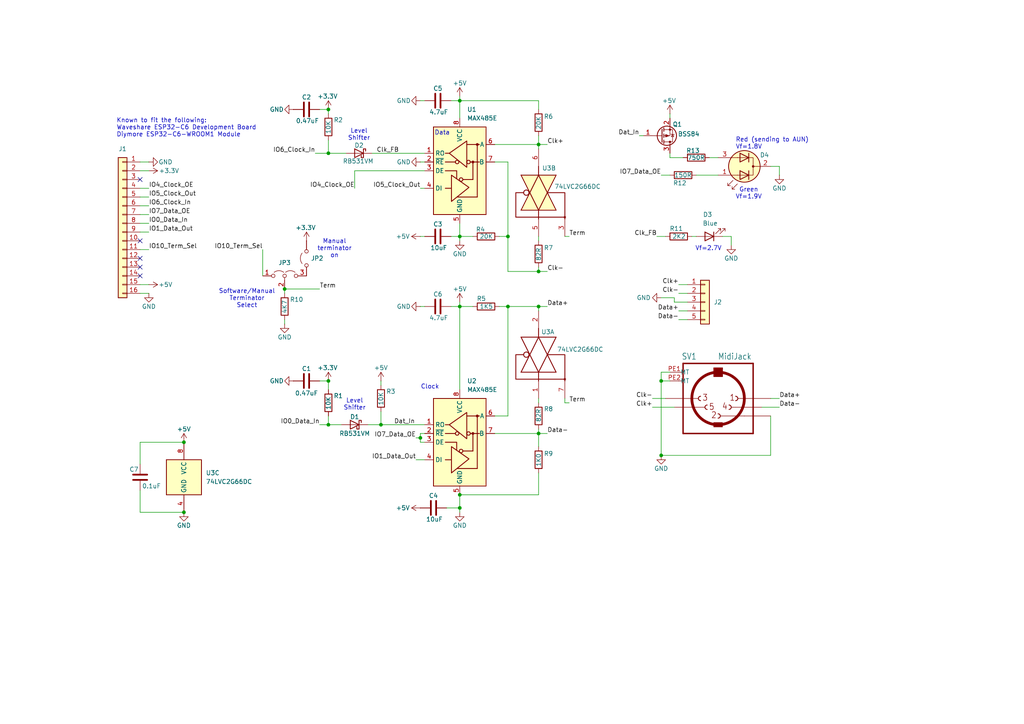
<source format=kicad_sch>
(kicad_sch (version 20250114) (generator "eeschema") (generator_version "9.0")
  (paper "A4")
  (title_block (title "Econet tranceiver board for n-break") (date "2025-12-10") (rev "1.12"))
  (lib_symbols
    (symbol "74xGxx:74AUC2G66"
      (property "Reference" "U" (at -2.54 5.08 0))
      (property "Value" "74AUC2G66" (at 0 -5.08 0))
      (symbol "74AUC2G66_1_1"
        (polyline (pts (xy -7.62 0) (xy -5.08 0)) (stroke (width 0.254)) (fill (type background)))
        (polyline (pts (xy -7.62 -7.62) (xy 0 -7.62) (xy 0 -2.54)) (stroke (width 0.254)))
        (circle (center -7.112 -7.62) (radius 0.254))
        (polyline (pts (xy -5.08 5.08) (xy -5.08 -5.08)) (stroke (width 0.254)) (fill (type background)))
        (polyline (pts (xy -5.08 -5.08) (xy 5.08 0) (xy -5.08 5.08)) (stroke (width 0.254)))
        (polyline (pts (xy 0 4.318) (xy 0 6.604) (xy -7.112 6.604) (xy -7.112 -7.62)) (stroke (width 0.254)))
        (circle (center 0 3.556) (radius 0.762) (stroke (width 0.254)))
        (polyline (pts (xy 5.08 5.08) (xy 5.08 -5.08)) (stroke (width 0.254)))
        (polyline (pts (xy 5.08 5.08) (xy -5.08 0) (xy 5.08 -5.08)) (stroke (width 0.254)))
        (polyline (pts (xy 5.08 0) (xy 7.62 0)) (stroke (width 0.254)) (fill (type background)))
        (pin input line (at -12.7 0 0) (length 5.08) (name "~") (number "1"))
        (pin input line (at -12.7 -7.62 0) (length 5.08) (name "~") (number "7"))
        (pin tri_state line (at 12.7 0 180) (length 5.08) (name "~") (number "2"))
      )
      (symbol "74AUC2G66_2_1"
        (polyline (pts (xy -7.62 0) (xy -5.08 0)) (stroke (width 0.254)) (fill (type background)))
        (polyline (pts (xy -7.62 -7.62) (xy 0 -7.62) (xy 0 -2.54)) (stroke (width 0.254)))
        (circle (center -7.112 -7.62) (radius 0.254))
        (polyline (pts (xy -5.08 5.08) (xy -5.08 -5.08)) (stroke (width 0.254)) (fill (type background)))
        (polyline (pts (xy -5.08 -5.08) (xy 5.08 0) (xy -5.08 5.08)) (stroke (width 0.254)) (fill (type background)))
        (polyline (pts (xy 0 4.318) (xy 0 6.604) (xy -7.112 6.604) (xy -7.112 -7.62)) (stroke (width 0.254)))
        (circle (center 0 3.556) (radius 0.762) (stroke (width 0.254)))
        (polyline (pts (xy 5.08 5.08) (xy 5.08 -5.08)) (stroke (width 0.254)) (fill (type background)))
        (polyline (pts (xy 5.08 5.08) (xy -5.08 0) (xy 5.08 -5.08)) (stroke (width 0.254)) (fill (type background)))
        (polyline (pts (xy 5.08 0) (xy 7.62 0)) (stroke (width 0.254)) (fill (type background)))
        (pin input line (at -12.7 0 0) (length 5.08) (name "~") (number "5"))
        (pin input line (at -12.7 -7.62 0) (length 5.08) (name "~") (number "3"))
        (pin tri_state line (at 12.7 0 180) (length 5.08) (name "~") (number "6"))
      )
      (symbol "74AUC2G66_3_1"
        (rectangle (start -5.08 5.08) (end 5.08 -5.08) (stroke (width 0.254)) (fill (type background)))
        (pin power_in line (at 0 10.16 270) (length 5.08) (name "VCC") (number "8"))
        (pin power_in line (at 0 -10.16 90) (length 5.08) (name "GND") (number "4"))
      )
    )
    (symbol "Connector_Generic:Conn_01x05" (pin_names (offset 1.016) (hide yes))
      (property "Reference" "J" (at 0 7.62 0))
      (property "Value" "Conn_01x05" (at 0 -7.62 0))
      (symbol "Conn_01x05_1_1"
        (rectangle (start -1.27 6.35) (end 1.27 -6.35) (stroke (width 0.254)) (fill (type background)))
        (rectangle (start -1.27 5.207) (end 0 4.953) (stroke (width 0.1524)))
        (rectangle (start -1.27 2.667) (end 0 2.413) (stroke (width 0.1524)))
        (rectangle (start -1.27 0.127) (end 0 -0.127) (stroke (width 0.1524)))
        (rectangle (start -1.27 -2.413) (end 0 -2.667) (stroke (width 0.1524)))
        (rectangle (start -1.27 -4.953) (end 0 -5.207) (stroke (width 0.1524)))
        (pin passive line (at -5.08 5.08 0) (length 3.81) (name "Pin_1") (number "1"))
        (pin passive line (at -5.08 2.54 0) (length 3.81) (name "Pin_2") (number "2"))
        (pin passive line (at -5.08 0 0) (length 3.81) (name "Pin_3") (number "3"))
        (pin passive line (at -5.08 -2.54 0) (length 3.81) (name "Pin_4") (number "4"))
        (pin passive line (at -5.08 -5.08 0) (length 3.81) (name "Pin_5") (number "5"))
      )
    )
    (symbol "Connector_Generic:Conn_01x16" (pin_names (offset 1.016) (hide yes))
      (property "Reference" "J" (at 0 20.32 0))
      (property "Value" "Conn_01x16" (at 0 -22.86 0))
      (symbol "Conn_01x16_1_1"
        (rectangle (start -1.27 19.05) (end 1.27 -21.59) (stroke (width 0.254)) (fill (type background)))
        (rectangle (start -1.27 17.907) (end 0 17.653) (stroke (width 0.1524)))
        (rectangle (start -1.27 15.367) (end 0 15.113) (stroke (width 0.1524)))
        (rectangle (start -1.27 12.827) (end 0 12.573) (stroke (width 0.1524)))
        (rectangle (start -1.27 10.287) (end 0 10.033) (stroke (width 0.1524)))
        (rectangle (start -1.27 7.747) (end 0 7.493) (stroke (width 0.1524)))
        (rectangle (start -1.27 5.207) (end 0 4.953) (stroke (width 0.1524)))
        (rectangle (start -1.27 2.667) (end 0 2.413) (stroke (width 0.1524)))
        (rectangle (start -1.27 0.127) (end 0 -0.127) (stroke (width 0.1524)))
        (rectangle (start -1.27 -2.413) (end 0 -2.667) (stroke (width 0.1524)))
        (rectangle (start -1.27 -4.953) (end 0 -5.207) (stroke (width 0.1524)))
        (rectangle (start -1.27 -7.493) (end 0 -7.747) (stroke (width 0.1524)))
        (rectangle (start -1.27 -10.033) (end 0 -10.287) (stroke (width 0.1524)))
        (rectangle (start -1.27 -12.573) (end 0 -12.827) (stroke (width 0.1524)))
        (rectangle (start -1.27 -15.113) (end 0 -15.367) (stroke (width 0.1524)))
        (rectangle (start -1.27 -17.653) (end 0 -17.907) (stroke (width 0.1524)))
        (rectangle (start -1.27 -20.193) (end 0 -20.447) (stroke (width 0.1524)))
        (pin passive line (at -5.08 17.78 0) (length 3.81) (name "Pin_1") (number "1"))
        (pin passive line (at -5.08 15.24 0) (length 3.81) (name "Pin_2") (number "2"))
        (pin passive line (at -5.08 12.7 0) (length 3.81) (name "Pin_3") (number "3"))
        (pin passive line (at -5.08 10.16 0) (length 3.81) (name "Pin_4") (number "4"))
        (pin passive line (at -5.08 7.62 0) (length 3.81) (name "Pin_5") (number "5"))
        (pin passive line (at -5.08 5.08 0) (length 3.81) (name "Pin_6") (number "6"))
        (pin passive line (at -5.08 2.54 0) (length 3.81) (name "Pin_7") (number "7"))
        (pin passive line (at -5.08 0 0) (length 3.81) (name "Pin_8") (number "8"))
        (pin passive line (at -5.08 -2.54 0) (length 3.81) (name "Pin_9") (number "9"))
        (pin passive line (at -5.08 -5.08 0) (length 3.81) (name "Pin_10") (number "10"))
        (pin passive line (at -5.08 -7.62 0) (length 3.81) (name "Pin_11") (number "11"))
        (pin passive line (at -5.08 -10.16 0) (length 3.81) (name "Pin_12") (number "12"))
        (pin passive line (at -5.08 -12.7 0) (length 3.81) (name "Pin_13") (number "13"))
        (pin passive line (at -5.08 -15.24 0) (length 3.81) (name "Pin_14") (number "14"))
        (pin passive line (at -5.08 -17.78 0) (length 3.81) (name "Pin_15") (number "15"))
        (pin passive line (at -5.08 -20.32 0) (length 3.81) (name "Pin_16") (number "16"))
      )
    )
    (symbol "Device:C" (pin_numbers (hide yes)) (pin_names (offset 0.254))
      (property "Reference" "C" (at 0.635 2.54 0))
      (property "Value" "C" (at 0.635 -2.54 0))
      (symbol "C_0_1"
        (polyline (pts (xy -2.032 0.762) (xy 2.032 0.762)) (stroke (width 0.508)))
        (polyline (pts (xy -2.032 -0.762) (xy 2.032 -0.762)) (stroke (width 0.508)))
      )
      (symbol "C_1_1"
        (pin passive line (at 0 3.81 270) (length 2.794) (name "~") (number "1"))
        (pin passive line (at 0 -3.81 90) (length 2.794) (name "~") (number "2"))
      )
    )
    (symbol "Device:D_Schottky" (pin_numbers (hide yes)) (pin_names (offset 1.016) (hide yes))
      (property "Reference" "D" (at 0 2.54 0))
      (property "Value" "D_Schottky" (at 0 -2.54 0))
      (symbol "D_Schottky_0_1"
        (polyline (pts (xy -1.905 0.635) (xy -1.905 1.27) (xy -1.27 1.27) (xy -1.27 -1.27) (xy -0.635 -1.27) (xy -0.635 -0.635)) (stroke (width 0.254)))
        (polyline (pts (xy 1.27 1.27) (xy 1.27 -1.27) (xy -1.27 0) (xy 1.27 1.27)) (stroke (width 0.254)))
        (polyline (pts (xy 1.27 0) (xy -1.27 0)))
      )
      (symbol "D_Schottky_1_1"
        (pin passive line (at -3.81 0 0) (length 2.54) (name "K") (number "1"))
        (pin passive line (at 3.81 0 180) (length 2.54) (name "A") (number "2"))
      )
    )
    (symbol "Device:LED" (pin_numbers (hide yes)) (pin_names (offset 1.016) (hide yes))
      (property "Reference" "D" (at 0 2.54 0))
      (property "Value" "LED" (at 0 -2.54 0))
      (symbol "LED_0_1"
        (polyline (pts (xy -3.048 -0.762) (xy -4.572 -2.286) (xy -3.81 -2.286) (xy -4.572 -2.286) (xy -4.572 -1.524)))
        (polyline (pts (xy -1.778 -0.762) (xy -3.302 -2.286) (xy -2.54 -2.286) (xy -3.302 -2.286) (xy -3.302 -1.524)))
        (polyline (pts (xy -1.27 0) (xy 1.27 0)))
        (polyline (pts (xy -1.27 -1.27) (xy -1.27 1.27)) (stroke (width 0.254)))
        (polyline (pts (xy 1.27 -1.27) (xy 1.27 1.27) (xy -1.27 0) (xy 1.27 -1.27)) (stroke (width 0.254)))
      )
      (symbol "LED_1_1"
        (pin passive line (at -3.81 0 0) (length 2.54) (name "K") (number "1"))
        (pin passive line (at 3.81 0 180) (length 2.54) (name "A") (number "2"))
      )
    )
    (symbol "Device:LED_Dual_AKA" (pin_names (offset 0) (hide yes))
      (property "Reference" "D" (at 0 5.715 0))
      (property "Value" "LED_Dual_AKA" (at 0 -6.35 0))
      (symbol "LED_Dual_AKA_0_1"
        (polyline (pts (xy -4.572 0) (xy -2.54 0)))
        (circle (center -2.54 0) (radius 0.2794) (fill (type outline)))
        (polyline (pts (xy -1.27 1.27) (xy -1.27 3.81)) (stroke (width 0.254)))
        (polyline (pts (xy -1.27 -1.27) (xy -1.27 -3.81)) (stroke (width 0.254)))
        (circle (center 0 0) (radius 4.572) (stroke (width 0.254)) (fill (type background)))
        (polyline (pts (xy 1.27 1.27) (xy 1.27 3.81) (xy -1.27 2.54) (xy 1.27 1.27)) (stroke (width 0.254)))
        (polyline (pts (xy 1.27 -3.81) (xy 1.27 -1.27) (xy -1.27 -2.54) (xy 1.27 -3.81)) (stroke (width 0.254)))
        (polyline (pts (xy 2.032 5.08) (xy 3.556 6.604) (xy 2.794 6.604) (xy 3.556 6.604) (xy 3.556 5.842)))
        (polyline (pts (xy 2.032 2.54) (xy -2.54 2.54) (xy -2.54 -2.54) (xy 2.032 -2.54)))
        (polyline (pts (xy 3.302 4.064) (xy 4.826 5.588) (xy 4.064 5.588) (xy 4.826 5.588) (xy 4.826 4.826)))
        (polyline (pts (xy 3.81 2.54) (xy 1.905 2.54)))
        (polyline (pts (xy 3.81 -2.54) (xy 1.905 -2.54)))
      )
      (symbol "LED_Dual_AKA_1_1"
        (pin input line (at -7.62 0 0) (length 3.048) (name "K") (number "2"))
        (pin input line (at 7.62 2.54 180) (length 3.81) (name "A1") (number "1"))
        (pin input line (at 7.62 -2.54 180) (length 3.81) (name "A2") (number "3"))
      )
    )
    (symbol "Device:R" (pin_numbers (hide yes)) (pin_names (offset 0))
      (property "Reference" "R" (at 2.032 0 90))
      (property "Value" "R" (at 0 0 90))
      (symbol "R_0_1"
        (rectangle (start -1.016 -2.54) (end 1.016 2.54) (stroke (width 0.254)))
      )
      (symbol "R_1_1"
        (pin passive line (at 0 3.81 270) (length 1.27) (name "~") (number "1"))
        (pin passive line (at 0 -3.81 90) (length 1.27) (name "~") (number "2"))
      )
    )
    (symbol "Interface_UART:MAX485E"
      (property "Reference" "U" (at -6.985 13.97 0))
      (property "Value" "MAX485E" (at 1.905 13.97 0))
      (symbol "MAX485E_0_1"
        (rectangle (start -7.62 12.7) (end 7.62 -12.7) (stroke (width 0.254)) (fill (type background)))
        (polyline (pts (xy -4.191 2.54) (xy -1.27 2.54)) (stroke (width 0.254)))
        (polyline (pts (xy -4.191 0) (xy -0.889 0) (xy -0.889 -2.286)) (stroke (width 0.254)))
        (polyline (pts (xy -3.175 5.08) (xy -4.191 5.08) (xy -4.064 5.08)) (stroke (width 0.254)))
        (polyline (pts (xy -2.54 -5.08) (xy -4.191 -5.08)) (stroke (width 0.254)))
        (polyline (pts (xy -2.413 -5.08) (xy -2.413 -1.27) (xy 2.667 -4.826) (xy -2.413 -8.89) (xy -2.413 -5.08)) (stroke (width 0.254)))
        (polyline (pts (xy -0.635 -7.62) (xy 5.08 -7.62)) (stroke (width 0.254)))
        (circle (center 0.381 -2.54) (radius 0.508) (stroke (width 0.254)))
        (polyline (pts (xy 0.889 -2.54) (xy 3.81 -2.54)) (stroke (width 0.254)))
        (polyline (pts (xy 2.032 7.62) (xy 5.715 7.62)) (stroke (width 0.254)))
        (polyline (pts (xy 3.048 2.54) (xy 5.715 2.54)) (stroke (width 0.254)))
        (circle (center 3.81 2.54) (radius 0.2794) (stroke (width 0.254)) (fill (type outline)))
        (polyline (pts (xy 3.81 -2.54) (xy 3.81 2.54)) (stroke (width 0.254)))
        (polyline (pts (xy 5.08 -7.62) (xy 5.08 7.62)) (stroke (width 0.254)))
      )
      (symbol "MAX485E_1_1"
        (circle (center -0.762 2.54) (radius 0.508) (stroke (width 0.254)))
        (polyline (pts (xy 2.032 4.826) (xy 2.032 8.636) (xy -3.048 5.08) (xy 2.032 1.016) (xy 2.032 4.826)) (stroke (width 0.254)))
        (circle (center 2.54 2.54) (radius 0.508) (stroke (width 0.254)))
        (circle (center 5.08 7.62) (radius 0.2794) (stroke (width 0.254)) (fill (type outline)))
        (pin output line (at -10.16 5.08 0) (length 2.54) (name "RO") (number "1"))
        (pin input line (at -10.16 2.54 0) (length 2.54) (name "~{RE}") (number "2"))
        (pin input line (at -10.16 0 0) (length 2.54) (name "DE") (number "3"))
        (pin input line (at -10.16 -5.08 0) (length 2.54) (name "DI") (number "4"))
        (pin power_in line (at 0 15.24 270) (length 2.54) (name "VCC") (number "8"))
        (pin power_in line (at 0 -15.24 90) (length 2.54) (name "GND") (number "5"))
        (pin bidirectional line (at 10.16 7.62 180) (length 2.54) (name "A") (number "6"))
        (pin bidirectional line (at 10.16 2.54 180) (length 2.54) (name "B") (number "7"))
      )
    )
    (symbol "Jumper:Jumper_2_Open" (pin_numbers (hide yes)) (pin_names (offset 0) (hide yes))
      (property "Reference" "JP" (at 0 2.794 0))
      (property "Value" "Jumper_2_Open" (at 0 -2.286 0))
      (symbol "Jumper_2_Open_0_0"
        (circle (center -2.032 0) (radius 0.508))
        (circle (center 2.032 0) (radius 0.508))
      )
      (symbol "Jumper_2_Open_0_1"
        (arc (start -1.524 1.27) (mid 0 1.778) (end 1.524 1.27))
      )
      (symbol "Jumper_2_Open_1_1"
        (pin passive line (at -5.08 0 0) (length 2.54) (name "A") (number "1"))
        (pin passive line (at 5.08 0 180) (length 2.54) (name "B") (number "2"))
      )
    )
    (symbol "Jumper:Jumper_3_Open" (pin_names (offset 0) (hide yes)) (in_bom no)
      (property "Reference" "JP" (at -2.54 -2.54 0))
      (property "Value" "Jumper_3_Open" (at 0 2.794 0))
      (symbol "Jumper_3_Open_0_0"
        (circle (center -3.302 0) (radius 0.508))
        (circle (center 0 0) (radius 0.508))
        (circle (center 3.302 0) (radius 0.508))
      )
      (symbol "Jumper_3_Open_0_1"
        (arc (start -3.048 1.016) (mid -1.651 1.4992) (end -0.254 1.016))
        (polyline (pts (xy 0 -0.508) (xy 0 -1.27)))
        (arc (start 0.254 1.016) (mid 1.651 1.4992) (end 3.048 1.016))
      )
      (symbol "Jumper_3_Open_1_1"
        (pin passive line (at -6.35 0 0) (length 2.54) (name "A") (number "1"))
        (pin passive line (at 0 -3.81 90) (length 2.54) (name "C") (number "2"))
        (pin passive line (at 6.35 0 180) (length 2.54) (name "B") (number "3"))
      )
    )
    (symbol "MySymbols:MidiJack"
      (property "Reference" "SV4" (at -10.16 10.795 0))
      (property "Value" "MidiJack" (at 0 10.795 0))
      (symbol "MidiJack_1_0"
        (polyline (pts (xy -10.16 -10.16) (xy -10.16 10.16)) (stroke (width 0.4064)))
        (polyline (pts (xy -10.16 -10.16) (xy 10.16 -10.16)) (stroke (width 0.4064)))
        (polyline (pts (xy -7.62 0) (xy -5.715 0)) (stroke (width 0.1524)))
        (arc (start -5.08 -0.635) (mid -5.715 0) (end -5.08 0.635) (stroke (width 0.254)))
        (polyline (pts (xy -5.08 -2.54) (xy -3.81 -2.54)) (stroke (width 0.1524)))
        (arc (start -3.175 -3.175) (mid -3.81 -2.54) (end -3.175 -1.905) (stroke (width 0.254)))
        (polyline (pts (xy -1.27 8.89) (xy 1.27 8.89)) (stroke (width 0.1524)))
        (rectangle (start -1.27 6.35) (end 1.27 8.89) (fill (type outline)))
        (polyline (pts (xy -1.27 6.35) (xy -1.27 8.89)) (stroke (width 0.1524)))
        (polyline (pts (xy -1.27 6.35) (xy 1.27 6.35)) (stroke (width 0.1524)))
        (rectangle (start -1.27 -8.255) (end 1.27 -6.985) (fill (type outline)))
        (circle (center 0 0) (radius 7.62) (stroke (width 0.8128)))
        (arc (start 0 -4.445) (mid 0.635 -5.08) (end 0 -5.715) (stroke (width 0.254)))
        (polyline (pts (xy 0.635 -5.08) (xy 7.62 -5.08)) (stroke (width 0.1524)))
        (polyline (pts (xy 1.27 8.89) (xy 1.27 6.35)) (stroke (width 0.1524)))
        (arc (start 3.175 -1.905) (mid 3.81 -2.54) (end 3.175 -3.175) (stroke (width 0.254)))
        (polyline (pts (xy 3.81 -2.54) (xy 5.08 -2.54)) (stroke (width 0.1524)))
        (arc (start 5.08 0.635) (mid 5.715 0) (end 5.08 -0.635) (stroke (width 0.254)))
        (polyline (pts (xy 5.715 0) (xy 7.62 0)) (stroke (width 0.1524)))
        (polyline (pts (xy 10.16 10.16) (xy -10.16 10.16)) (stroke (width 0.4064)))
        (polyline (pts (xy 10.16 10.16) (xy 10.16 -10.16)) (stroke (width 0.4064)))
        (text "3" (at -4.572 -0.762 0) (effects (font (size 1.778 1.5113)) (justify left bottom)))
        (text "5" (at -2.667 -3.429 0) (effects (font (size 1.778 1.5113)) (justify left bottom)))
        (text "2" (at -2.032 -5.842 0) (effects (font (size 1.778 1.5113)) (justify left bottom)))
        (text "4" (at 1.143 -3.302 0) (effects (font (size 1.778 1.5113)) (justify left bottom)))
        (text "1" (at 3.302 -0.762 0) (effects (font (size 1.778 1.5113)) (justify left bottom)))
        (pin passive line (at -15.24 0 0) (length 7.62) (name "3") (number "3"))
        (pin passive line (at -12.7 -2.54 0) (length 7.62) (name "5") (number "5"))
        (pin passive line (at 12.7 -2.54 180) (length 7.62) (name "4") (number "4"))
        (pin passive line (at 15.24 0 180) (length 7.62) (name "1") (number "1"))
        (pin passive line (at 15.24 -5.08 180) (length 7.62) (name "2") (number "2"))
      )
      (symbol "MidiJack_1_1"
        (polyline (pts (xy -11.43 7.62) (xy -10.16 7.62)))
        (polyline (pts (xy -11.43 5.08) (xy -10.16 5.08)))
        (pin passive line (at -13.97 7.62 0) (length 2.54) (name "MT") (number "PE1"))
        (pin passive line (at -13.97 5.08 0) (length 2.54) (name "MT") (number "PE2"))
      )
    )
    (symbol "Transistor_FET:BSS84" (pin_names (hide yes))
      (property "Reference" "Q" (at 5.08 1.905 0))
      (property "Value" "BSS84" (at 5.08 0 0))
      (symbol "BSS84_0_1"
        (polyline (pts (xy 0.254 1.905) (xy 0.254 -1.905)) (stroke (width 0.254)))
        (polyline (pts (xy 0.254 0) (xy -2.54 0)))
        (polyline (pts (xy 0.762 2.286) (xy 0.762 1.27)) (stroke (width 0.254)))
        (polyline (pts (xy 0.762 1.778) (xy 3.302 1.778) (xy 3.302 -1.778) (xy 0.762 -1.778)))
        (polyline (pts (xy 0.762 0.508) (xy 0.762 -0.508)) (stroke (width 0.254)))
        (polyline (pts (xy 0.762 -1.27) (xy 0.762 -2.286)) (stroke (width 0.254)))
        (circle (center 1.651 0) (radius 2.794) (stroke (width 0.254)))
        (polyline (pts (xy 2.286 0) (xy 1.27 0.381) (xy 1.27 -0.381) (xy 2.286 0)) (fill (type outline)))
        (polyline (pts (xy 2.54 2.54) (xy 2.54 1.778)))
        (circle (center 2.54 1.778) (radius 0.254) (fill (type outline)))
        (circle (center 2.54 -1.778) (radius 0.254) (fill (type outline)))
        (polyline (pts (xy 2.54 -2.54) (xy 2.54 0) (xy 0.762 0)))
        (polyline (pts (xy 2.794 -0.508) (xy 2.921 -0.381) (xy 3.683 -0.381) (xy 3.81 -0.254)))
        (polyline (pts (xy 3.302 -0.381) (xy 2.921 0.254) (xy 3.683 0.254) (xy 3.302 -0.381)))
      )
      (symbol "BSS84_1_1"
        (pin input line (at -5.08 0 0) (length 2.54) (name "G") (number "1"))
        (pin passive line (at 2.54 5.08 270) (length 2.54) (name "D") (number "3"))
        (pin passive line (at 2.54 -5.08 90) (length 2.54) (name "S") (number "2"))
      )
    )
    (symbol "power:+3.3V" (power) (pin_numbers (hide yes)) (pin_names (offset 0) (hide yes))
      (property "Value" "+3.3V" (at 0 3.556 0))
      (symbol "+3.3V_0_1"
        (polyline (pts (xy -0.762 1.27) (xy 0 2.54)))
        (polyline (pts (xy 0 2.54) (xy 0.762 1.27)))
        (polyline (pts (xy 0 0) (xy 0 2.54)))
      )
      (symbol "+3.3V_1_1"
        (pin power_in line (at 0 0 90) (length 0) (name "~") (number "1"))
      )
    )
    (symbol "power:+5V" (power) (pin_numbers (hide yes)) (pin_names (offset 0) (hide yes))
      (property "Value" "+5V" (at 0 3.556 0))
      (symbol "+5V_0_1"
        (polyline (pts (xy -0.762 1.27) (xy 0 2.54)))
        (polyline (pts (xy 0 2.54) (xy 0.762 1.27)))
        (polyline (pts (xy 0 0) (xy 0 2.54)))
      )
      (symbol "+5V_1_1"
        (pin power_in line (at 0 0 90) (length 0) (name "~") (number "1"))
      )
    )
    (symbol "power:GND" (power) (pin_numbers (hide yes)) (pin_names (offset 0) (hide yes))
      (property "Value" "GND" (at 0 -3.81 0))
      (symbol "GND_0_1"
        (polyline (pts (xy 0 0) (xy 0 -1.27) (xy 1.27 -1.27) (xy 0 -2.54) (xy -1.27 -1.27) (xy 0 -1.27)))
      )
      (symbol "GND_1_1"
        (pin power_in line (at 0 0 270) (length 0) (name "~") (number "1"))
      )
    )
  )
  (text "Red (sending to AUN)\nVf=1.8V" (at 213.36 41.656 0) (effects (font (size 1.27 1.27)) (justify left)))
  (text "Level\nShifter" (at 102.87 117.348 0) (effects (font (size 1.27 1.27))))
  (text "Level\nShifter" (at 104.14 39.116 0) (effects (font (size 1.27 1.27))))
  (text "Manual\nterminator\non" (at 97.028 72.136 0) (effects (font (size 1.27 1.27))))
  (text "Software/Manual\nTerminator\nSelect" (at 71.628 86.614 0) (effects (font (size 1.27 1.27))))
  (text "Known to fit the following:\nWaveshare ESP32-C6 Development Board\nDiymore ESP32-C6-WROOM1 Module" (at 33.782 37.084 0) (effects (font (size 1.27 1.27)) (justify left)))
  (text "Clock" (at 124.714 112.268 0) (effects (font (size 1.27 1.27))))
  (text "Data" (at 128.27 38.608 0) (effects (font (size 1.27 1.27))))
  (text "Green\nVf=1.9V" (at 217.17 56.134 0) (effects (font (size 1.27 1.27))))
  (text "Vf=2.7V" (at 205.486 72.136 0) (effects (font (size 1.27 1.27))))
  (junction (at 133.35 68.58))
  (junction (at 53.34 148.59))
  (junction (at 147.32 88.9))
  (junction (at 95.25 110.49))
  (junction (at 133.35 88.9))
  (junction (at 133.35 143.51))
  (junction (at 95.25 44.45))
  (junction (at 156.21 78.74))
  (junction (at 95.25 31.75))
  (junction (at 191.77 110.49))
  (junction (at 82.55 83.82))
  (junction (at 191.77 132.08))
  (junction (at 95.25 123.19))
  (junction (at 133.35 147.32))
  (junction (at 156.21 88.9))
  (junction (at 121.92 127))
  (junction (at 110.49 123.19))
  (junction (at 147.32 68.58))
  (junction (at 53.34 128.27))
  (junction (at 133.35 29.21))
  (junction (at 156.21 125.73))
  (junction (at 156.21 41.91))
  (no_connect (at 40.64 77.47))
  (no_connect (at 40.64 74.93))
  (no_connect (at 40.64 52.07))
  (no_connect (at 40.64 69.85))
  (no_connect (at 40.64 80.01))
  (wire (pts (xy 123.19 68.58) (xy 121.92 68.58)))
  (wire (pts (xy 223.52 120.65) (xy 223.52 132.08)))
  (wire (pts (xy 40.64 46.99) (xy 43.18 46.99)))
  (wire (pts (xy 156.21 68.58) (xy 156.21 69.85)))
  (wire (pts (xy 40.64 128.27) (xy 40.64 134.62)))
  (wire (pts (xy 76.2 72.39) (xy 76.2 80.01)))
  (wire (pts (xy 53.34 128.27) (xy 40.64 128.27)))
  (wire (pts (xy 220.98 118.11) (xy 226.06 118.11)))
  (wire (pts (xy 40.64 82.55) (xy 43.18 82.55)))
  (wire (pts (xy 189.23 115.57) (xy 193.04 115.57)))
  (wire (pts (xy 156.21 78.74) (xy 147.32 78.74)))
  (wire (pts (xy 95.25 123.19) (xy 99.06 123.19)))
  (wire (pts (xy 123.19 128.27) (xy 121.92 128.27)))
  (wire (pts (xy 191.77 107.95) (xy 194.31 107.95)))
  (wire (pts (xy 147.32 46.99) (xy 143.51 46.99)))
  (wire (pts (xy 223.52 132.08) (xy 191.77 132.08)))
  (wire (pts (xy 195.58 87.63) (xy 199.39 87.63)))
  (wire (pts (xy 191.77 86.36) (xy 195.58 86.36)))
  (wire (pts (xy 156.21 115.57) (xy 156.21 116.84)))
  (wire (pts (xy 156.21 77.47) (xy 156.21 78.74)))
  (wire (pts (xy 156.21 137.16) (xy 156.21 143.51)))
  (wire (pts (xy 158.75 88.9) (xy 156.21 88.9)))
  (wire (pts (xy 110.49 111.76) (xy 110.49 110.49)))
  (wire (pts (xy 107.95 44.45) (xy 123.19 44.45)))
  (wire (pts (xy 133.35 29.21) (xy 133.35 34.29)))
  (wire (pts (xy 156.21 90.17) (xy 156.21 88.9)))
  (wire (pts (xy 133.35 147.32) (xy 133.35 143.51)))
  (wire (pts (xy 191.77 110.49) (xy 191.77 107.95)))
  (wire (pts (xy 40.64 57.15) (xy 43.18 57.15)))
  (wire (pts (xy 106.68 123.19) (xy 110.49 123.19)))
  (wire (pts (xy 165.1 116.84) (xy 163.83 116.84)))
  (wire (pts (xy 189.23 118.11) (xy 195.58 118.11)))
  (wire (pts (xy 133.35 27.94) (xy 133.35 29.21)))
  (wire (pts (xy 133.35 148.59) (xy 133.35 147.32)))
  (wire (pts (xy 92.71 110.49) (xy 95.25 110.49)))
  (wire (pts (xy 102.87 49.53) (xy 102.87 54.61)))
  (wire (pts (xy 156.21 39.37) (xy 156.21 41.91)))
  (wire (pts (xy 133.35 68.58) (xy 137.16 68.58)))
  (wire (pts (xy 226.06 48.26) (xy 223.52 48.26)))
  (wire (pts (xy 121.92 54.61) (xy 123.19 54.61)))
  (wire (pts (xy 156.21 29.21) (xy 133.35 29.21)))
  (wire (pts (xy 156.21 125.73) (xy 158.75 125.73)))
  (wire (pts (xy 205.74 45.72) (xy 208.28 45.72)))
  (wire (pts (xy 95.25 44.45) (xy 100.33 44.45)))
  (wire (pts (xy 156.21 143.51) (xy 133.35 143.51)))
  (wire (pts (xy 194.31 34.29) (xy 194.31 33.02)))
  (wire (pts (xy 40.64 72.39) (xy 43.18 72.39)))
  (wire (pts (xy 190.5 68.58) (xy 193.04 68.58)))
  (wire (pts (xy 121.92 128.27) (xy 121.92 127)))
  (wire (pts (xy 133.35 88.9) (xy 137.16 88.9)))
  (wire (pts (xy 121.92 125.73) (xy 123.19 125.73)))
  (wire (pts (xy 191.77 50.8) (xy 194.31 50.8)))
  (wire (pts (xy 130.81 88.9) (xy 133.35 88.9)))
  (wire (pts (xy 144.78 88.9) (xy 147.32 88.9)))
  (wire (pts (xy 82.55 83.82) (xy 82.55 85.09)))
  (wire (pts (xy 92.71 123.19) (xy 95.25 123.19)))
  (wire (pts (xy 196.85 85.09) (xy 199.39 85.09)))
  (wire (pts (xy 156.21 41.91) (xy 143.51 41.91)))
  (wire (pts (xy 129.54 147.32) (xy 133.35 147.32)))
  (wire (pts (xy 40.64 62.23) (xy 43.18 62.23)))
  (wire (pts (xy 121.92 127) (xy 121.92 125.73)))
  (wire (pts (xy 95.25 120.65) (xy 95.25 123.19)))
  (wire (pts (xy 191.77 110.49) (xy 194.31 110.49)))
  (wire (pts (xy 147.32 88.9) (xy 156.21 88.9)))
  (wire (pts (xy 212.09 68.58) (xy 209.55 68.58)))
  (wire (pts (xy 194.31 45.72) (xy 194.31 44.45)))
  (wire (pts (xy 120.65 133.35) (xy 123.19 133.35)))
  (wire (pts (xy 133.35 87.63) (xy 133.35 88.9)))
  (wire (pts (xy 110.49 119.38) (xy 110.49 123.19)))
  (wire (pts (xy 147.32 46.99) (xy 147.32 68.58)))
  (wire (pts (xy 165.1 68.58) (xy 163.83 68.58)))
  (wire (pts (xy 156.21 43.18) (xy 156.21 41.91)))
  (wire (pts (xy 198.12 45.72) (xy 194.31 45.72)))
  (wire (pts (xy 156.21 41.91) (xy 158.75 41.91)))
  (wire (pts (xy 95.25 40.64) (xy 95.25 44.45)))
  (wire (pts (xy 40.64 54.61) (xy 43.18 54.61)))
  (wire (pts (xy 40.64 49.53) (xy 43.18 49.53)))
  (wire (pts (xy 40.64 148.59) (xy 53.34 148.59)))
  (wire (pts (xy 40.64 85.09) (xy 43.18 85.09)))
  (wire (pts (xy 147.32 88.9) (xy 147.32 120.65)))
  (wire (pts (xy 40.64 64.77) (xy 43.18 64.77)))
  (wire (pts (xy 156.21 78.74) (xy 158.75 78.74)))
  (wire (pts (xy 95.25 113.03) (xy 95.25 110.49)))
  (wire (pts (xy 147.32 120.65) (xy 143.51 120.65)))
  (wire (pts (xy 110.49 123.19) (xy 123.19 123.19)))
  (wire (pts (xy 147.32 78.74) (xy 147.32 68.58)))
  (wire (pts (xy 144.78 68.58) (xy 147.32 68.58)))
  (wire (pts (xy 92.71 31.75) (xy 95.25 31.75)))
  (wire (pts (xy 95.25 31.75) (xy 95.25 33.02)))
  (wire (pts (xy 223.52 115.57) (xy 226.06 115.57)))
  (wire (pts (xy 196.85 90.17) (xy 199.39 90.17)))
  (wire (pts (xy 121.92 88.9) (xy 123.19 88.9)))
  (wire (pts (xy 82.55 92.71) (xy 82.55 93.98)))
  (wire (pts (xy 40.64 142.24) (xy 40.64 148.59)))
  (wire (pts (xy 82.55 83.82) (xy 92.71 83.82)))
  (wire (pts (xy 163.83 116.84) (xy 163.83 115.57)))
  (wire (pts (xy 91.44 44.45) (xy 95.25 44.45)))
  (wire (pts (xy 40.64 59.69) (xy 43.18 59.69)))
  (wire (pts (xy 191.77 132.08) (xy 191.77 110.49)))
  (wire (pts (xy 212.09 71.12) (xy 212.09 68.58)))
  (wire (pts (xy 156.21 125.73) (xy 156.21 129.54)))
  (wire (pts (xy 156.21 31.75) (xy 156.21 29.21)))
  (wire (pts (xy 133.35 69.85) (xy 133.35 68.58)))
  (wire (pts (xy 40.64 67.31) (xy 43.18 67.31)))
  (wire (pts (xy 201.93 50.8) (xy 208.28 50.8)))
  (wire (pts (xy 102.87 49.53) (xy 123.19 49.53)))
  (wire (pts (xy 133.35 64.77) (xy 133.35 68.58)))
  (wire (pts (xy 121.92 46.99) (xy 123.19 46.99)))
  (wire (pts (xy 196.85 92.71) (xy 199.39 92.71)))
  (wire (pts (xy 200.66 68.58) (xy 201.93 68.58)))
  (wire (pts (xy 120.65 127) (xy 121.92 127)))
  (wire (pts (xy 185.42 39.37) (xy 186.69 39.37)))
  (wire (pts (xy 130.81 68.58) (xy 133.35 68.58)))
  (wire (pts (xy 121.92 29.21) (xy 123.19 29.21)))
  (wire (pts (xy 143.51 125.73) (xy 156.21 125.73)))
  (wire (pts (xy 156.21 125.73) (xy 156.21 124.46)))
  (wire (pts (xy 195.58 86.36) (xy 195.58 87.63)))
  (wire (pts (xy 196.85 82.55) (xy 199.39 82.55)))
  (wire (pts (xy 226.06 50.8) (xy 226.06 48.26)))
  (wire (pts (xy 130.81 29.21) (xy 133.35 29.21)))
  (wire (pts (xy 133.35 88.9) (xy 133.35 113.03)))
  (label "IO0_Data_In" (at 92.71 123.19 180))
  (label "IO5_Clock_Out" (at 43.18 57.15 0))
  (label "IO0_Data_In" (at 43.18 64.77 0))
  (label "Clk+" (at 158.75 41.91 0))
  (label "Data+" (at 158.75 88.9 0))
  (label "IO4_Clock_OE" (at 102.87 54.61 180))
  (label "IO7_Data_OE" (at 43.18 62.23 0))
  (label "Data-" (at 158.75 125.73 0))
  (label "Data+" (at 196.85 90.17 180))
  (label "Data+" (at 226.06 115.57 0))
  (label "Clk-" (at 196.85 85.09 180))
  (label "IO5_Clock_Out" (at 121.92 54.61 180))
  (label "Clk-" (at 158.75 78.74 0))
  (label "Clk_FB" (at 109.22 44.45 0))
  (label "Clk-" (at 189.23 115.57 180))
  (label "Clk+" (at 196.85 82.55 180))
  (label "Clk+" (at 189.23 118.11 180))
  (label "IO1_Data_Out" (at 120.65 133.35 180))
  (label "Dat_In" (at 185.42 39.37 180))
  (label "Data-" (at 196.85 92.71 180))
  (label "Clk_FB" (at 190.5 68.58 180))
  (label "Term" (at 92.71 83.82 0))
  (label "IO7_Data_OE" (at 191.77 50.8 180))
  (label "Term" (at 165.1 68.58 0))
  (label "IO10_Term_Sel" (at 76.2 72.39 180))
  (label "IO6_Clock_In" (at 43.18 59.69 0))
  (label "IO10_Term_Sel" (at 43.18 72.39 0))
  (label "IO7_Data_OE" (at 120.65 127 180))
  (label "IO4_Clock_OE" (at 43.18 54.61 0))
  (label "Term" (at 165.1 116.84 0))
  (label "Dat_In" (at 114.3 123.19 0))
  (label "Data-" (at 226.06 118.11 0))
  (label "IO6_Clock_In" (at 91.44 44.45 180))
  (label "IO1_Data_Out" (at 43.18 67.31 0))
  (symbol (lib_id "Device:C") (at 127 29.21 90) (unit 1)
    (property "Reference" "C5" (at 127 25.654 90))
    (property "Value" "4.7uF" (at 127.254 32.512 90))
    (property "Footprint" "Capacitor_SMD:C_0805_2012Metric_Pad1.18x1.45mm_HandSolder" (effects (hide yes)))
    (property "Description" "Unpolarized capacitor" (effects (hide yes)))
  )
  (symbol (lib_id "power:GND") (at 212.09 71.12 0) (unit 1)
    (property "Reference" "#PWR05" (effects (hide yes)))
    (property "Value" "GND" (at 212.09 74.93 0))
    (property "Description" "Power symbol creates a global label with name \"GND\" , ground" (effects (hide yes)))
  )
  (symbol (lib_id "Device:D_Schottky") (at 104.14 44.45 0) (mirror y) (unit 1)
    (property "Reference" "D2" (at 104.14 42.164 0))
    (property "Value" "RB531VM" (at 103.886 46.736 0))
    (property "Footprint" "Diode_SMD:D_SOD-323F" (effects (hide yes)))
    (property "Description" "Schottky diode" (effects (hide yes)))
    (property "Cost" "0.22" (effects (hide yes)))
  )
  (symbol (lib_id "power:GND") (at 121.92 46.99 270) (unit 1)
    (property "Reference" "#PWR012" (effects (hide yes)))
    (property "Value" "GND" (at 117.094 46.99 90))
    (property "Description" "Power symbol creates a global label with name \"GND\" , ground" (effects (hide yes)))
  )
  (symbol (lib_id "Device:C") (at 88.9 31.75 90) (unit 1)
    (property "Reference" "C2" (at 88.9 28.194 90))
    (property "Value" "0.47uF" (at 89.154 35.052 90))
    (property "Footprint" "Capacitor_SMD:C_0805_2012Metric_Pad1.18x1.45mm_HandSolder" (effects (hide yes)))
    (property "Description" "Unpolarized capacitor" (effects (hide yes)))
  )
  (symbol (lib_id "power:+5V") (at 121.92 68.58 90) (unit 1)
    (property "Reference" "#PWR013" (effects (hide yes)))
    (property "Value" "+5V" (at 116.84 68.58 90))
    (property "Description" "Power symbol creates a global label with name \"+5V\"" (effects (hide yes)))
  )
  (symbol (lib_id "power:+5V") (at 133.35 87.63 0) (unit 1)
    (property "Reference" "#PWR018" (effects (hide yes)))
    (property "Value" "+5V" (at 133.35 83.82 0))
    (property "Description" "Power symbol creates a global label with name \"+5V\"" (effects (hide yes)))
  )
  (symbol (lib_id "power:GND") (at 191.77 86.36 270) (unit 1)
    (property "Reference" "#PWR020" (effects (hide yes)))
    (property "Value" "GND" (at 186.69 86.36 90))
    (property "Description" "Power symbol creates a global label with name \"GND\" , ground" (effects (hide yes)))
  )
  (symbol (lib_id "MySymbols:MidiJack") (at 208.28 115.57 0) (unit 1)
    (property "Reference" "SV1" (at 199.898 103.378 0) (effects (font (size 1.778 1.5113))))
    (property "Value" "MidiJack" (at 213.106 103.378 0) (effects (font (size 1.778 1.5113))))
    (property "Footprint" "MyFootprints:MidiConnector" (effects (hide yes)))
  )
  (symbol (lib_id "power:+3.3V") (at 43.18 49.53 270) (unit 1)
    (property "Reference" "#PWR02" (effects (hide yes)))
    (property "Value" "+3.3V" (at 49.022 49.53 90))
    (property "Description" "Power symbol creates a global label with name \"+3.3V\"" (effects (hide yes)))
  )
  (symbol (lib_id "Device:R") (at 198.12 50.8 90) (unit 1)
    (property "Reference" "R12" (at 199.136 53.086 90) (effects (justify left)))
    (property "Value" "150R" (at 200.66 50.8 90) (effects (justify left)))
    (property "Footprint" "Resistor_SMD:R_0805_2012Metric_Pad1.20x1.40mm_HandSolder" (effects (hide yes)))
    (property "Description" "Resistor" (effects (hide yes)))
  )
  (symbol (lib_id "Interface_UART:MAX485E") (at 133.35 128.27 0) (unit 1)
    (property "Reference" "U2" (at 135.4933 110.49 0) (effects (justify left)))
    (property "Value" "MAX485E" (at 135.4933 113.03 0) (effects (justify left)))
    (property "Footprint" "Package_SO:SOIC-8_3.9x4.9mm_P1.27mm" (effects (hide yes)))
    (property "Datasheet" "https://datasheets.maximintegrated.com/en/ds/MAX1487E-MAX491E.pdf" (effects (hide yes)))
    (property "Description" "Half duplex RS-485/RS-422, 2.5 Mbps, ±15kV electro-static discharge (ESD) protection, no slew-rate, no low-power shutdown, with receiver/driver enable, 32 receiver drive capability, DIP-8 and SOIC-8" (effects (hide yes)))
  )
  (symbol (lib_id "Device:R") (at 156.21 120.65 0) (unit 1)
    (property "Reference" "R8" (at 157.734 118.618 0) (effects (justify left)))
    (property "Value" "82R" (at 156.21 122.428 90) (effects (justify left)))
    (property "Footprint" "Resistor_SMD:R_0805_2012Metric_Pad1.20x1.40mm_HandSolder" (effects (hide yes)))
    (property "Description" "Resistor" (effects (hide yes)))
  )
  (symbol (lib_id "power:GND") (at 85.09 31.75 270) (unit 1)
    (property "Reference" "#PWR07" (effects (hide yes)))
    (property "Value" "GND" (at 80.264 31.75 90))
    (property "Description" "Power symbol creates a global label with name \"GND\" , ground" (effects (hide yes)))
  )
  (symbol (lib_id "power:GND") (at 226.06 50.8 0) (unit 1)
    (property "Reference" "#PWR026" (effects (hide yes)))
    (property "Value" "GND" (at 226.06 54.61 0))
    (property "Description" "Power symbol creates a global label with name \"GND\" , ground" (effects (hide yes)))
  )
  (symbol (lib_id "power:+5V") (at 133.35 27.94 0) (unit 1)
    (property "Reference" "#PWR016" (effects (hide yes)))
    (property "Value" "+5V" (at 133.35 24.13 0))
    (property "Description" "Power symbol creates a global label with name \"+5V\"" (effects (hide yes)))
  )
  (symbol (lib_id "Device:LED") (at 205.74 68.58 180) (unit 1)
    (property "Reference" "D3" (at 205.232 62.23 0))
    (property "Value" "Blue" (at 205.994 64.77 0))
    (property "Footprint" "LED_THT:LED_D3.0mm" (effects (hide yes)))
    (property "Description" "Light emitting diode" (effects (hide yes)))
    (property "Sim.Pins" "1=K 2=A" (effects (hide yes)))
  )
  (symbol (lib_id "power:GND") (at 133.35 69.85 0) (unit 1)
    (property "Reference" "#PWR017" (effects (hide yes)))
    (property "Value" "GND" (at 133.35 73.66 0))
    (property "Description" "Power symbol creates a global label with name \"GND\" , ground" (effects (hide yes)))
  )
  (symbol (lib_id "74xGxx:74AUC2G66") (at 53.34 138.43 0) (unit 3)
    (property "Reference" "U3" (at 59.69 137.1599 0) (effects (justify left)))
    (property "Value" "74LVC2G66DC" (at 59.69 139.6999 0) (effects (justify left)))
    (property "Footprint" "Package_SO:VSSOP-8_2.3x2mm_P0.5mm" (effects (hide yes)))
    (property "Datasheet" "http://www.ti.com/lit/sg/scyt129e/scyt129e.pdf" (effects (hide yes)))
    (property "Description" "Dual Analog Switch" (effects (hide yes)))
  )
  (symbol (lib_id "power:+3.3V") (at 95.25 110.49 0) (unit 1)
    (property "Reference" "#PWR08" (effects (hide yes)))
    (property "Value" "+3.3V" (at 94.996 106.68 0))
    (property "Description" "Power symbol creates a global label with name \"+3.3V\"" (effects (hide yes)))
  )
  (symbol (lib_id "Device:C") (at 127 68.58 90) (unit 1)
    (property "Reference" "C3" (at 127 65.024 90))
    (property "Value" "10uF" (at 127.254 71.882 90))
    (property "Footprint" "Capacitor_SMD:C_0805_2012Metric_Pad1.18x1.45mm_HandSolder" (effects (hide yes)))
    (property "Description" "Unpolarized capacitor" (effects (hide yes)))
  )
  (symbol (lib_id "power:+3.3V") (at 88.9 69.85 0) (unit 1)
    (property "Reference" "#PWR024" (effects (hide yes)))
    (property "Value" "+3.3V" (at 88.646 66.04 0))
    (property "Description" "Power symbol creates a global label with name \"+3.3V\"" (effects (hide yes)))
  )
  (symbol (lib_id "power:+3.3V") (at 95.25 31.75 0) (unit 1)
    (property "Reference" "#PWR09" (effects (hide yes)))
    (property "Value" "+3.3V" (at 94.996 27.94 0))
    (property "Description" "Power symbol creates a global label with name \"+3.3V\"" (effects (hide yes)))
  )
  (symbol (lib_id "power:GND") (at 43.18 85.09 0) (unit 1)
    (property "Reference" "#PWR04" (effects (hide yes)))
    (property "Value" "GND" (at 43.18 88.9 0))
    (property "Description" "Power symbol creates a global label with name \"GND\" , ground" (effects (hide yes)))
  )
  (symbol (lib_id "Device:R") (at 110.49 115.57 0) (unit 1)
    (property "Reference" "R3" (at 112.014 113.538 0) (effects (justify left)))
    (property "Value" "10K" (at 110.49 117.602 90) (effects (justify left)))
    (property "Footprint" "Resistor_SMD:R_0805_2012Metric_Pad1.20x1.40mm_HandSolder" (effects (hide yes)))
    (property "Description" "Resistor" (effects (hide yes)))
  )
  (symbol (lib_id "power:GND") (at 121.92 29.21 270) (unit 1)
    (property "Reference" "#PWR011" (effects (hide yes)))
    (property "Value" "GND" (at 117.094 29.21 90))
    (property "Description" "Power symbol creates a global label with name \"GND\" , ground" (effects (hide yes)))
  )
  (symbol (lib_id "Device:R") (at 196.85 68.58 90) (unit 1)
    (property "Reference" "R11" (at 198.12 66.294 90) (effects (justify left)))
    (property "Value" "2K2" (at 198.882 68.58 90) (effects (justify left)))
    (property "Footprint" "Resistor_SMD:R_0805_2012Metric_Pad1.20x1.40mm_HandSolder" (effects (hide yes)))
    (property "Description" "Resistor" (effects (hide yes)))
  )
  (symbol (lib_id "power:GND") (at 191.77 132.08 0) (unit 1)
    (property "Reference" "#PWR021" (effects (hide yes)))
    (property "Value" "GND" (at 191.77 135.89 0))
    (property "Description" "Power symbol creates a global label with name \"GND\" , ground" (effects (hide yes)))
  )
  (symbol (lib_id "power:GND") (at 53.34 148.59 0) (unit 1)
    (property "Reference" "#PWR022" (effects (hide yes)))
    (property "Value" "GND" (at 53.34 152.4 0))
    (property "Description" "Power symbol creates a global label with name \"GND\" , ground" (effects (hide yes)))
  )
  (symbol (lib_id "power:+5V") (at 53.34 128.27 0) (unit 1)
    (property "Reference" "#PWR025" (effects (hide yes)))
    (property "Value" "+5V" (at 53.34 124.46 0))
    (property "Description" "Power symbol creates a global label with name \"+5V\"" (effects (hide yes)))
  )
  (symbol (lib_id "Device:R") (at 140.97 88.9 90) (unit 1)
    (property "Reference" "R5" (at 140.97 86.614 90) (effects (justify left)))
    (property "Value" "1K5" (at 143.002 88.9 90) (effects (justify left)))
    (property "Footprint" "Resistor_SMD:R_0805_2012Metric_Pad1.20x1.40mm_HandSolder" (effects (hide yes)))
    (property "Description" "Resistor" (effects (hide yes)))
  )
  (symbol (lib_id "power:GND") (at 85.09 110.49 270) (unit 1)
    (property "Reference" "#PWR06" (effects (hide yes)))
    (property "Value" "GND" (at 80.264 110.49 90))
    (property "Description" "Power symbol creates a global label with name \"GND\" , ground" (effects (hide yes)))
  )
  (symbol (lib_id "Device:D_Schottky") (at 102.87 123.19 0) (mirror y) (unit 1)
    (property "Reference" "D1" (at 102.87 120.904 0))
    (property "Value" "RB531VM" (at 102.87 125.73 0))
    (property "Footprint" "Diode_SMD:D_SOD-323F" (effects (hide yes)))
    (property "Description" "Schottky diode" (effects (hide yes)))
    (property "Cost" "0.22" (effects (hide yes)))
  )
  (symbol (lib_id "Device:R") (at 95.25 116.84 0) (unit 1)
    (property "Reference" "R1" (at 96.774 114.808 0) (effects (justify left)))
    (property "Value" "10K" (at 95.25 118.872 90) (effects (justify left)))
    (property "Footprint" "Resistor_SMD:R_0805_2012Metric_Pad1.20x1.40mm_HandSolder" (effects (hide yes)))
    (property "Description" "Resistor" (effects (hide yes)))
  )
  (symbol (lib_id "74xGxx:74AUC2G66") (at 156.21 55.88 90) (unit 2)
    (property "Reference" "U3" (at 157.226 48.768 90) (effects (justify right)))
    (property "Value" "74LVC2G66DC" (at 160.782 54.102 90) (effects (justify right)))
    (property "Footprint" "Package_SO:VSSOP-8_2.3x2mm_P0.5mm" (effects (hide yes)))
    (property "Datasheet" "http://www.ti.com/lit/sg/scyt129e/scyt129e.pdf" (effects (hide yes)))
    (property "Description" "Dual Analog Switch" (effects (hide yes)))
  )
  (symbol (lib_id "power:GND") (at 133.35 148.59 0) (unit 1)
    (property "Reference" "#PWR019" (effects (hide yes)))
    (property "Value" "GND" (at 133.35 152.4 0))
    (property "Description" "Power symbol creates a global label with name \"GND\" , ground" (effects (hide yes)))
  )
  (symbol (lib_id "power:+5V") (at 121.92 147.32 90) (unit 1)
    (property "Reference" "#PWR015" (effects (hide yes)))
    (property "Value" "+5V" (at 116.84 147.32 90))
    (property "Description" "Power symbol creates a global label with name \"+5V\"" (effects (hide yes)))
  )
  (symbol (lib_id "power:+3.3V") (at 194.31 33.02 0) (unit 1)
    (property "Reference" "#PWR027" (effects (hide yes)))
    (property "Value" "+5V" (at 194.056 29.21 0))
    (property "Description" "Power symbol creates a global label with name \"+3.3V\"" (effects (hide yes)))
  )
  (symbol (lib_id "74xGxx:74AUC2G66") (at 156.21 102.87 90) (unit 1)
    (property "Reference" "U3" (at 156.972 96.266 90) (effects (justify right)))
    (property "Value" "74LVC2G66DC" (at 161.544 101.346 90) (effects (justify right)))
    (property "Footprint" "Package_SO:VSSOP-8_2.3x2mm_P0.5mm" (effects (hide yes)))
    (property "Datasheet" "http://www.ti.com/lit/sg/scyt129e/scyt129e.pdf" (effects (hide yes)))
    (property "Description" "Dual Analog Switch" (effects (hide yes)))
  )
  (symbol (lib_id "Device:C") (at 127 88.9 90) (unit 1)
    (property "Reference" "C6" (at 127 85.344 90))
    (property "Value" "4.7uF" (at 127.254 92.202 90))
    (property "Footprint" "Capacitor_SMD:C_0805_2012Metric_Pad1.18x1.45mm_HandSolder" (effects (hide yes)))
    (property "Description" "Unpolarized capacitor" (effects (hide yes)))
  )
  (symbol (lib_id "Device:R") (at 82.55 88.9 0) (unit 1)
    (property "Reference" "R10" (at 84.074 86.868 0) (effects (justify left)))
    (property "Value" "4K7" (at 82.55 90.932 90) (effects (justify left)))
    (property "Footprint" "Resistor_SMD:R_0805_2012Metric_Pad1.20x1.40mm_HandSolder" (effects (hide yes)))
    (property "Description" "Resistor" (effects (hide yes)))
  )
  (symbol (lib_id "Device:R") (at 156.21 73.66 0) (unit 1)
    (property "Reference" "R7" (at 157.734 71.882 0) (effects (justify left)))
    (property "Value" "82R" (at 156.21 75.692 90) (effects (justify left)))
    (property "Footprint" "Resistor_SMD:R_0805_2012Metric_Pad1.20x1.40mm_HandSolder" (effects (hide yes)))
    (property "Description" "Resistor" (effects (hide yes)))
  )
  (symbol (lib_id "Jumper:Jumper_2_Open") (at 88.9 74.93 90) (unit 1)
    (property "Reference" "JP2" (at 90.17 74.9299 90) (effects (justify right)))
    (property "Value" "Jumper_2_Open" (effects (hide yes)))
    (property "Footprint" "Connector_PinHeader_2.54mm:PinHeader_1x02_P2.54mm_Vertical" (effects (hide yes)))
    (property "Description" "Jumper, 2-pole, open" (effects (hide yes)))
  )
  (symbol (lib_id "Jumper:Jumper_3_Open") (at 82.55 80.01 0) (unit 1) (in_bom no)
    (property "Reference" "JP3" (at 82.55 76.2 0))
    (property "Value" "Jumper_3_Open" (effects (hide yes)))
    (property "Footprint" "Jumper:SolderJumper-3_P1.3mm_Open_RoundedPad1.0x1.5mm" (effects (hide yes)))
    (property "Description" "Jumper, 3-pole, both open" (effects (hide yes)))
  )
  (symbol (lib_id "Device:R") (at 95.25 36.83 0) (unit 1)
    (property "Reference" "R2" (at 96.774 34.798 0) (effects (justify left)))
    (property "Value" "10K" (at 95.25 38.862 90) (effects (justify left)))
    (property "Footprint" "Resistor_SMD:R_0805_2012Metric_Pad1.20x1.40mm_HandSolder" (effects (hide yes)))
    (property "Description" "Resistor" (effects (hide yes)))
  )
  (symbol (lib_id "Transistor_FET:BSS84") (at 191.77 39.37 0) (mirror x) (unit 1)
    (property "Reference" "Q1" (at 195.072 36.068 0) (effects (justify left)))
    (property "Value" "BSS84" (at 196.596 38.862 0) (effects (justify left)))
    (property "Footprint" "Package_TO_SOT_SMD:SOT-23" (effects (hide yes)))
    (property "Datasheet" "http://assets.nexperia.com/documents/data-sheet/BSS84.pdf" (effects (hide yes)))
  )
  (symbol (lib_id "power:+5V") (at 43.18 82.55 270) (unit 1)
    (property "Reference" "#PWR03" (effects (hide yes)))
    (property "Value" "+5V" (at 48.006 82.55 90))
    (property "Description" "Power symbol creates a global label with name \"+5V\"" (effects (hide yes)))
  )
  (symbol (lib_id "Connector_Generic:Conn_01x05") (at 204.47 87.63 0) (unit 1)
    (property "Reference" "J2" (at 207.01 87.6299 0) (effects (justify left)))
    (property "Value" "Conn_01x05" (effects (hide yes)))
    (property "Footprint" "Connector_PinHeader_2.54mm:PinHeader_1x05_P2.54mm_Vertical" (effects (hide yes)))
    (property "Description" "Generic connector, single row, 01x05, script generated (kicad-library-utils/schlib/autogen/connector/)" (effects (hide yes)))
  )
  (symbol (lib_id "Device:R") (at 156.21 35.56 0) (unit 1)
    (property "Reference" "R6" (at 157.734 33.782 0) (effects (justify left)))
    (property "Value" "20K" (at 156.21 37.592 90) (effects (justify left)))
    (property "Footprint" "Resistor_SMD:R_0805_2012Metric_Pad1.20x1.40mm_HandSolder" (effects (hide yes)))
    (property "Description" "Resistor" (effects (hide yes)))
  )
  (symbol (lib_id "Device:R") (at 156.21 133.35 0) (unit 1)
    (property "Reference" "R9" (at 157.734 131.572 0) (effects (justify left)))
    (property "Value" "1K0" (at 156.21 135.382 90) (effects (justify left)))
    (property "Footprint" "Resistor_SMD:R_0805_2012Metric_Pad1.20x1.40mm_HandSolder" (effects (hide yes)))
    (property "Description" "Resistor" (effects (hide yes)))
  )
  (symbol (lib_id "Device:R") (at 201.93 45.72 90) (unit 1)
    (property "Reference" "R13" (at 202.946 43.688 90) (effects (justify left)))
    (property "Value" "750R" (at 204.47 45.72 90) (effects (justify left)))
    (property "Footprint" "Resistor_SMD:R_0805_2012Metric_Pad1.20x1.40mm_HandSolder" (effects (hide yes)))
    (property "Description" "Resistor" (effects (hide yes)))
  )
  (symbol (lib_id "Device:C") (at 40.64 138.43 180) (unit 1)
    (property "Reference" "C7" (at 38.862 136.144 0))
    (property "Value" "0.1uF" (at 43.942 140.97 0))
    (property "Footprint" "Capacitor_SMD:C_0603_1608Metric_Pad1.08x0.95mm_HandSolder" (effects (hide yes)))
    (property "Description" "Unpolarized capacitor" (effects (hide yes)))
  )
  (symbol (lib_id "Connector_Generic:Conn_01x16") (at 35.56 64.77 0) (mirror y) (unit 1)
    (property "Reference" "J1" (at 35.56 43.18 0))
    (property "Value" "Conn_01x16" (effects (hide yes)))
    (property "Footprint" "Connector_PinHeader_2.54mm:PinHeader_1x16_P2.54mm_Vertical" (effects (hide yes)))
    (property "Description" "Generic connector, single row, 01x16, script generated (kicad-library-utils/schlib/autogen/connector/)" (effects (hide yes)))
  )
  (symbol (lib_id "Device:C") (at 88.9 110.49 90) (unit 1)
    (property "Reference" "C1" (at 88.9 106.934 90))
    (property "Value" "0.47uF" (at 88.9 114.046 90))
    (property "Footprint" "Capacitor_SMD:C_0805_2012Metric_Pad1.18x1.45mm_HandSolder" (effects (hide yes)))
    (property "Description" "Unpolarized capacitor" (effects (hide yes)))
  )
  (symbol (lib_id "power:GND") (at 43.18 46.99 90) (unit 1)
    (property "Reference" "#PWR01" (effects (hide yes)))
    (property "Value" "GND" (at 48.006 46.99 90))
    (property "Description" "Power symbol creates a global label with name \"GND\" , ground" (effects (hide yes)))
  )
  (symbol (lib_id "power:+5V") (at 110.49 110.49 0) (unit 1)
    (property "Reference" "#PWR010" (effects (hide yes)))
    (property "Value" "+5V" (at 110.49 106.68 0))
    (property "Description" "Power symbol creates a global label with name \"+5V\"" (effects (hide yes)))
  )
  (symbol (lib_id "power:GND") (at 82.55 93.98 0) (unit 1)
    (property "Reference" "#PWR023" (effects (hide yes)))
    (property "Value" "GND" (at 82.55 97.79 0))
    (property "Description" "Power symbol creates a global label with name \"GND\" , ground" (effects (hide yes)))
  )
  (symbol (lib_id "power:GND") (at 121.92 88.9 270) (unit 1)
    (property "Reference" "#PWR014" (effects (hide yes)))
    (property "Value" "GND" (at 117.094 88.9 90))
    (property "Description" "Power symbol creates a global label with name \"GND\" , ground" (effects (hide yes)))
  )
  (symbol (lib_id "Device:LED_Dual_AKA") (at 215.9 48.26 180) (unit 1)
    (property "Reference" "D4" (at 221.742 44.958 0))
    (property "Value" "LED_Dual_AAK" (effects (hide yes)))
    (property "Footprint" "LED_THT:LED_D3.0mm-3" (effects (hide yes)))
    (property "Description" "Dual LED, common cathode on pin 2" (effects (hide yes)))
  )
  (symbol (lib_id "Interface_UART:MAX485E") (at 133.35 49.53 0) (unit 1)
    (property "Reference" "U1" (at 135.4933 31.75 0) (effects (justify left)))
    (property "Value" "MAX485E" (at 135.4933 34.29 0) (effects (justify left)))
    (property "Footprint" "Package_SO:SOIC-8_3.9x4.9mm_P1.27mm" (effects (hide yes)))
    (property "Datasheet" "https://datasheets.maximintegrated.com/en/ds/MAX1487E-MAX491E.pdf" (effects (hide yes)))
    (property "Description" "Half duplex RS-485/RS-422, 2.5 Mbps, ±15kV electro-static discharge (ESD) protection, no slew-rate, no low-power shutdown, with receiver/driver enable, 32 receiver drive capability, DIP-8 and SOIC-8" (effects (hide yes)))
  )
  (symbol (lib_id "Device:R") (at 140.97 68.58 90) (unit 1)
    (property "Reference" "R4" (at 140.716 66.548 90) (effects (justify left)))
    (property "Value" "20K" (at 143.002 68.58 90) (effects (justify left)))
    (property "Footprint" "Resistor_SMD:R_0805_2012Metric_Pad1.20x1.40mm_HandSolder" (effects (hide yes)))
    (property "Description" "Resistor" (effects (hide yes)))
  )
  (symbol (lib_id "Device:C") (at 125.73 147.32 90) (unit 1)
    (property "Reference" "C4" (at 125.73 143.764 90))
    (property "Value" "10uF" (at 125.984 150.622 90))
    (property "Footprint" "Capacitor_SMD:C_0805_2012Metric_Pad1.18x1.45mm_HandSolder" (effects (hide yes)))
    (property "Description" "Unpolarized capacitor" (effects (hide yes)))
  )
)
</source>
